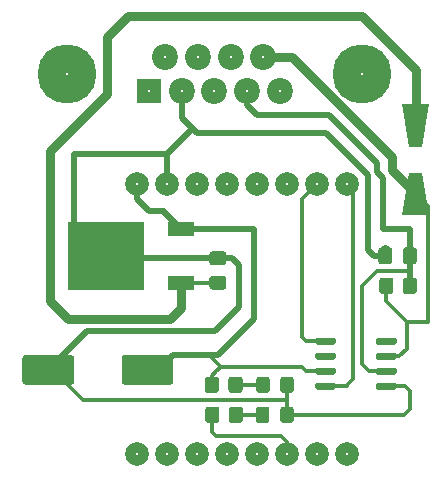
<source format=gbr>
%TF.GenerationSoftware,KiCad,Pcbnew,(5.1.9-0-10_14)*%
%TF.CreationDate,2021-05-24T09:31:48+02:00*%
%TF.ProjectId,LotusABSTool,4c6f7475-7341-4425-9354-6f6f6c2e6b69,rev?*%
%TF.SameCoordinates,PX65bcec0PY48ab840*%
%TF.FileFunction,Copper,L1,Top*%
%TF.FilePolarity,Positive*%
%FSLAX46Y46*%
G04 Gerber Fmt 4.6, Leading zero omitted, Abs format (unit mm)*
G04 Created by KiCad (PCBNEW (5.1.9-0-10_14)) date 2021-05-24 09:31:48*
%MOMM*%
%LPD*%
G01*
G04 APERTURE LIST*
%TA.AperFunction,ComponentPad*%
%ADD10R,2.000000X2.000000*%
%TD*%
%TA.AperFunction,ComponentPad*%
%ADD11C,2.200000*%
%TD*%
%TA.AperFunction,ComponentPad*%
%ADD12C,5.000000*%
%TD*%
%TA.AperFunction,ComponentPad*%
%ADD13C,2.000000*%
%TD*%
%TA.AperFunction,SMDPad,CuDef*%
%ADD14C,0.150000*%
%TD*%
%TA.AperFunction,SMDPad,CuDef*%
%ADD15R,2.200000X1.200000*%
%TD*%
%TA.AperFunction,SMDPad,CuDef*%
%ADD16R,6.400000X5.800000*%
%TD*%
%TA.AperFunction,Conductor*%
%ADD17C,0.500000*%
%TD*%
%TA.AperFunction,Conductor*%
%ADD18C,0.350000*%
%TD*%
%TA.AperFunction,Conductor*%
%ADD19C,0.250000*%
%TD*%
%TA.AperFunction,Conductor*%
%ADD20C,0.750000*%
%TD*%
G04 APERTURE END LIST*
D10*
%TO.P,J1,1*%
%TO.N,Net-(J1-Pad1)*%
X10668000Y32766000D03*
D11*
%TO.P,J1,2*%
%TO.N,GND*%
X13438000Y32766000D03*
%TO.P,J1,3*%
%TO.N,CAN-H*%
X16208000Y32766000D03*
%TO.P,J1,4*%
%TO.N,K-LINE*%
X18978000Y32766000D03*
%TO.P,J1,5*%
%TO.N,CAN-L*%
X21748000Y32766000D03*
%TO.P,J1,6*%
%TO.N,Net-(J1-Pad6)*%
X12053000Y35606000D03*
%TO.P,J1,7*%
%TO.N,Net-(J1-Pad7)*%
X14823000Y35606000D03*
%TO.P,J1,8*%
%TO.N,Net-(J1-Pad8)*%
X17593000Y35606000D03*
%TO.P,J1,9*%
%TO.N,+12V*%
X20363000Y35606000D03*
D12*
%TO.P,J1,0*%
%TO.N,N/C*%
X3708000Y34186000D03*
X28708000Y34186000D03*
%TD*%
D13*
%TO.P,U1,8*%
%TO.N,Net-(U1-Pad8)*%
X9652000Y2032000D03*
%TO.P,U1,9*%
%TO.N,+5V*%
X9652000Y24892000D03*
%TO.P,U1,7*%
%TO.N,Net-(U1-Pad7)*%
X12192000Y2032000D03*
%TO.P,U1,10*%
%TO.N,GND*%
X12192000Y24892000D03*
%TO.P,U1,6*%
%TO.N,Net-(U1-Pad6)*%
X14732000Y2032000D03*
%TO.P,U1,11*%
%TO.N,Net-(U1-Pad11)*%
X14732000Y24892000D03*
%TO.P,U1,5*%
%TO.N,Net-(U1-Pad5)*%
X17272000Y2032000D03*
%TO.P,U1,12*%
%TO.N,Net-(U1-Pad12)*%
X17272000Y24892000D03*
%TO.P,U1,4*%
%TO.N,Net-(U1-Pad4)*%
X19812000Y2032000D03*
%TO.P,U1,13*%
%TO.N,Net-(U1-Pad13)*%
X19812000Y24892000D03*
%TO.P,U1,3*%
%TO.N,Net-(510R2-Pad2)*%
X22352000Y2032000D03*
%TO.P,U1,14*%
%TO.N,Net-(U1-Pad14)*%
X22352000Y24892000D03*
%TO.P,U1,2*%
%TO.N,Net-(U1-Pad2)*%
X24892000Y2032000D03*
%TO.P,U1,15*%
%TO.N,ESP-RX*%
X24892000Y24892000D03*
%TO.P,U1,1*%
%TO.N,Net-(U1-Pad1)*%
X27432000Y2032000D03*
%TO.P,U1,16*%
%TO.N,ESP-TX*%
X27432000Y24892000D03*
%TD*%
%TO.P,100n1,1*%
%TO.N,K-LINE*%
%TA.AperFunction,SMDPad,CuDef*%
G36*
G01*
X33353500Y19271000D02*
X33353500Y18321000D01*
G75*
G02*
X33103500Y18071000I-250000J0D01*
G01*
X32428500Y18071000D01*
G75*
G02*
X32178500Y18321000I0J250000D01*
G01*
X32178500Y19271000D01*
G75*
G02*
X32428500Y19521000I250000J0D01*
G01*
X33103500Y19521000D01*
G75*
G02*
X33353500Y19271000I0J-250000D01*
G01*
G37*
%TD.AperFunction*%
%TO.P,100n1,2*%
%TO.N,GND*%
%TA.AperFunction,SMDPad,CuDef*%
G36*
G01*
X31278500Y19271000D02*
X31278500Y18321000D01*
G75*
G02*
X31028500Y18071000I-250000J0D01*
G01*
X30353500Y18071000D01*
G75*
G02*
X30103500Y18321000I0J250000D01*
G01*
X30103500Y19271000D01*
G75*
G02*
X30353500Y19521000I250000J0D01*
G01*
X31028500Y19521000D01*
G75*
G02*
X31278500Y19271000I0J-250000D01*
G01*
G37*
%TD.AperFunction*%
%TD*%
%TO.P,510R1,1*%
%TO.N,+12V*%
%TA.AperFunction,SMDPad,CuDef*%
G36*
G01*
X30166000Y15805999D02*
X30166000Y16706001D01*
G75*
G02*
X30415999Y16956000I249999J0D01*
G01*
X31116001Y16956000D01*
G75*
G02*
X31366000Y16706001I0J-249999D01*
G01*
X31366000Y15805999D01*
G75*
G02*
X31116001Y15556000I-249999J0D01*
G01*
X30415999Y15556000D01*
G75*
G02*
X30166000Y15805999I0J249999D01*
G01*
G37*
%TD.AperFunction*%
%TO.P,510R1,2*%
%TO.N,K-LINE*%
%TA.AperFunction,SMDPad,CuDef*%
G36*
G01*
X32166000Y15805999D02*
X32166000Y16706001D01*
G75*
G02*
X32415999Y16956000I249999J0D01*
G01*
X33116001Y16956000D01*
G75*
G02*
X33366000Y16706001I0J-249999D01*
G01*
X33366000Y15805999D01*
G75*
G02*
X33116001Y15556000I-249999J0D01*
G01*
X32415999Y15556000D01*
G75*
G02*
X32166000Y15805999I0J249999D01*
G01*
G37*
%TD.AperFunction*%
%TD*%
%TO.P,510R2,1*%
%TO.N,Net-(510R2-Pad1)*%
%TA.AperFunction,SMDPad,CuDef*%
G36*
G01*
X18634000Y5784001D02*
X18634000Y4883999D01*
G75*
G02*
X18384001Y4634000I-249999J0D01*
G01*
X17683999Y4634000D01*
G75*
G02*
X17434000Y4883999I0J249999D01*
G01*
X17434000Y5784001D01*
G75*
G02*
X17683999Y6034000I249999J0D01*
G01*
X18384001Y6034000D01*
G75*
G02*
X18634000Y5784001I0J-249999D01*
G01*
G37*
%TD.AperFunction*%
%TO.P,510R2,2*%
%TO.N,Net-(510R2-Pad2)*%
%TA.AperFunction,SMDPad,CuDef*%
G36*
G01*
X16634000Y5784001D02*
X16634000Y4883999D01*
G75*
G02*
X16384001Y4634000I-249999J0D01*
G01*
X15683999Y4634000D01*
G75*
G02*
X15434000Y4883999I0J249999D01*
G01*
X15434000Y5784001D01*
G75*
G02*
X15683999Y6034000I249999J0D01*
G01*
X16384001Y6034000D01*
G75*
G02*
X16634000Y5784001I0J-249999D01*
G01*
G37*
%TD.AperFunction*%
%TD*%
%TO.P,510R3,2*%
%TO.N,+5V*%
%TA.AperFunction,SMDPad,CuDef*%
G36*
G01*
X16602000Y8324001D02*
X16602000Y7423999D01*
G75*
G02*
X16352001Y7174000I-249999J0D01*
G01*
X15651999Y7174000D01*
G75*
G02*
X15402000Y7423999I0J249999D01*
G01*
X15402000Y8324001D01*
G75*
G02*
X15651999Y8574000I249999J0D01*
G01*
X16352001Y8574000D01*
G75*
G02*
X16602000Y8324001I0J-249999D01*
G01*
G37*
%TD.AperFunction*%
%TO.P,510R3,1*%
%TO.N,Net-(510R3-Pad1)*%
%TA.AperFunction,SMDPad,CuDef*%
G36*
G01*
X18602000Y8324001D02*
X18602000Y7423999D01*
G75*
G02*
X18352001Y7174000I-249999J0D01*
G01*
X17651999Y7174000D01*
G75*
G02*
X17402000Y7423999I0J249999D01*
G01*
X17402000Y8324001D01*
G75*
G02*
X17651999Y8574000I249999J0D01*
G01*
X18352001Y8574000D01*
G75*
G02*
X18602000Y8324001I0J-249999D01*
G01*
G37*
%TD.AperFunction*%
%TD*%
%TO.P,C1,2*%
%TO.N,GND*%
%TA.AperFunction,SMDPad,CuDef*%
G36*
G01*
X16985000Y17997500D02*
X16035000Y17997500D01*
G75*
G02*
X15785000Y18247500I0J250000D01*
G01*
X15785000Y18922500D01*
G75*
G02*
X16035000Y19172500I250000J0D01*
G01*
X16985000Y19172500D01*
G75*
G02*
X17235000Y18922500I0J-250000D01*
G01*
X17235000Y18247500D01*
G75*
G02*
X16985000Y17997500I-250000J0D01*
G01*
G37*
%TD.AperFunction*%
%TO.P,C1,1*%
%TO.N,Net-(C1-Pad1)*%
%TA.AperFunction,SMDPad,CuDef*%
G36*
G01*
X16985000Y15922500D02*
X16035000Y15922500D01*
G75*
G02*
X15785000Y16172500I0J250000D01*
G01*
X15785000Y16847500D01*
G75*
G02*
X16035000Y17097500I250000J0D01*
G01*
X16985000Y17097500D01*
G75*
G02*
X17235000Y16847500I0J-250000D01*
G01*
X17235000Y16172500D01*
G75*
G02*
X16985000Y15922500I-250000J0D01*
G01*
G37*
%TD.AperFunction*%
%TD*%
%TO.P,C2,1*%
%TO.N,+5V*%
%TA.AperFunction,SMDPad,CuDef*%
G36*
G01*
X12750000Y10144000D02*
X12750000Y8144000D01*
G75*
G02*
X12500000Y7894000I-250000J0D01*
G01*
X8600000Y7894000D01*
G75*
G02*
X8350000Y8144000I0J250000D01*
G01*
X8350000Y10144000D01*
G75*
G02*
X8600000Y10394000I250000J0D01*
G01*
X12500000Y10394000D01*
G75*
G02*
X12750000Y10144000I0J-250000D01*
G01*
G37*
%TD.AperFunction*%
%TO.P,C2,2*%
%TO.N,GND*%
%TA.AperFunction,SMDPad,CuDef*%
G36*
G01*
X4350000Y10144000D02*
X4350000Y8144000D01*
G75*
G02*
X4100000Y7894000I-250000J0D01*
G01*
X200000Y7894000D01*
G75*
G02*
X-50000Y8144000I0J250000D01*
G01*
X-50000Y10144000D01*
G75*
G02*
X200000Y10394000I250000J0D01*
G01*
X4100000Y10394000D01*
G75*
G02*
X4350000Y10144000I0J-250000D01*
G01*
G37*
%TD.AperFunction*%
%TD*%
%TO.P,D1,2*%
%TO.N,Net-(510R2-Pad1)*%
%TA.AperFunction,SMDPad,CuDef*%
G36*
G01*
X20877000Y5784001D02*
X20877000Y4883999D01*
G75*
G02*
X20627001Y4634000I-249999J0D01*
G01*
X19976999Y4634000D01*
G75*
G02*
X19727000Y4883999I0J249999D01*
G01*
X19727000Y5784001D01*
G75*
G02*
X19976999Y6034000I249999J0D01*
G01*
X20627001Y6034000D01*
G75*
G02*
X20877000Y5784001I0J-249999D01*
G01*
G37*
%TD.AperFunction*%
%TO.P,D1,1*%
%TO.N,GND*%
%TA.AperFunction,SMDPad,CuDef*%
G36*
G01*
X22927000Y5784001D02*
X22927000Y4883999D01*
G75*
G02*
X22677001Y4634000I-249999J0D01*
G01*
X22026999Y4634000D01*
G75*
G02*
X21777000Y4883999I0J249999D01*
G01*
X21777000Y5784001D01*
G75*
G02*
X22026999Y6034000I249999J0D01*
G01*
X22677001Y6034000D01*
G75*
G02*
X22927000Y5784001I0J-249999D01*
G01*
G37*
%TD.AperFunction*%
%TD*%
%TA.AperFunction,SMDPad,CuDef*%
D14*
%TO.P,D2,1*%
%TO.N,Net-(C1-Pad1)*%
G36*
X32124000Y31624000D02*
G01*
X34424000Y31624000D01*
X33824000Y28024000D01*
X32724000Y28024000D01*
X32124000Y31624000D01*
G37*
%TD.AperFunction*%
%TA.AperFunction,SMDPad,CuDef*%
%TO.P,D2,2*%
%TO.N,+12V*%
G36*
X34424000Y22224000D02*
G01*
X32124000Y22224000D01*
X32724000Y25824000D01*
X33824000Y25824000D01*
X34424000Y22224000D01*
G37*
%TD.AperFunction*%
%TD*%
%TO.P,D3,1*%
%TO.N,GND*%
%TA.AperFunction,SMDPad,CuDef*%
G36*
G01*
X22945000Y8324001D02*
X22945000Y7423999D01*
G75*
G02*
X22695001Y7174000I-249999J0D01*
G01*
X22044999Y7174000D01*
G75*
G02*
X21795000Y7423999I0J249999D01*
G01*
X21795000Y8324001D01*
G75*
G02*
X22044999Y8574000I249999J0D01*
G01*
X22695001Y8574000D01*
G75*
G02*
X22945000Y8324001I0J-249999D01*
G01*
G37*
%TD.AperFunction*%
%TO.P,D3,2*%
%TO.N,Net-(510R3-Pad1)*%
%TA.AperFunction,SMDPad,CuDef*%
G36*
G01*
X20895000Y8324001D02*
X20895000Y7423999D01*
G75*
G02*
X20645001Y7174000I-249999J0D01*
G01*
X19994999Y7174000D01*
G75*
G02*
X19745000Y7423999I0J249999D01*
G01*
X19745000Y8324001D01*
G75*
G02*
X19994999Y8574000I249999J0D01*
G01*
X20645001Y8574000D01*
G75*
G02*
X20895000Y8324001I0J-249999D01*
G01*
G37*
%TD.AperFunction*%
%TD*%
%TO.P,IC1,1*%
%TO.N,ESP-RX*%
%TA.AperFunction,SMDPad,CuDef*%
G36*
G01*
X24744000Y11407000D02*
X24744000Y11707000D01*
G75*
G02*
X24894000Y11857000I150000J0D01*
G01*
X26344000Y11857000D01*
G75*
G02*
X26494000Y11707000I0J-150000D01*
G01*
X26494000Y11407000D01*
G75*
G02*
X26344000Y11257000I-150000J0D01*
G01*
X24894000Y11257000D01*
G75*
G02*
X24744000Y11407000I0J150000D01*
G01*
G37*
%TD.AperFunction*%
%TO.P,IC1,2*%
%TO.N,Net-(IC1-Pad2)*%
%TA.AperFunction,SMDPad,CuDef*%
G36*
G01*
X24744000Y10137000D02*
X24744000Y10437000D01*
G75*
G02*
X24894000Y10587000I150000J0D01*
G01*
X26344000Y10587000D01*
G75*
G02*
X26494000Y10437000I0J-150000D01*
G01*
X26494000Y10137000D01*
G75*
G02*
X26344000Y9987000I-150000J0D01*
G01*
X24894000Y9987000D01*
G75*
G02*
X24744000Y10137000I0J150000D01*
G01*
G37*
%TD.AperFunction*%
%TO.P,IC1,3*%
%TO.N,+5V*%
%TA.AperFunction,SMDPad,CuDef*%
G36*
G01*
X24744000Y8867000D02*
X24744000Y9167000D01*
G75*
G02*
X24894000Y9317000I150000J0D01*
G01*
X26344000Y9317000D01*
G75*
G02*
X26494000Y9167000I0J-150000D01*
G01*
X26494000Y8867000D01*
G75*
G02*
X26344000Y8717000I-150000J0D01*
G01*
X24894000Y8717000D01*
G75*
G02*
X24744000Y8867000I0J150000D01*
G01*
G37*
%TD.AperFunction*%
%TO.P,IC1,4*%
%TO.N,ESP-TX*%
%TA.AperFunction,SMDPad,CuDef*%
G36*
G01*
X24744000Y7597000D02*
X24744000Y7897000D01*
G75*
G02*
X24894000Y8047000I150000J0D01*
G01*
X26344000Y8047000D01*
G75*
G02*
X26494000Y7897000I0J-150000D01*
G01*
X26494000Y7597000D01*
G75*
G02*
X26344000Y7447000I-150000J0D01*
G01*
X24894000Y7447000D01*
G75*
G02*
X24744000Y7597000I0J150000D01*
G01*
G37*
%TD.AperFunction*%
%TO.P,IC1,5*%
%TO.N,GND*%
%TA.AperFunction,SMDPad,CuDef*%
G36*
G01*
X29894000Y7597000D02*
X29894000Y7897000D01*
G75*
G02*
X30044000Y8047000I150000J0D01*
G01*
X31494000Y8047000D01*
G75*
G02*
X31644000Y7897000I0J-150000D01*
G01*
X31644000Y7597000D01*
G75*
G02*
X31494000Y7447000I-150000J0D01*
G01*
X30044000Y7447000D01*
G75*
G02*
X29894000Y7597000I0J150000D01*
G01*
G37*
%TD.AperFunction*%
%TO.P,IC1,6*%
%TO.N,K-LINE*%
%TA.AperFunction,SMDPad,CuDef*%
G36*
G01*
X29894000Y8867000D02*
X29894000Y9167000D01*
G75*
G02*
X30044000Y9317000I150000J0D01*
G01*
X31494000Y9317000D01*
G75*
G02*
X31644000Y9167000I0J-150000D01*
G01*
X31644000Y8867000D01*
G75*
G02*
X31494000Y8717000I-150000J0D01*
G01*
X30044000Y8717000D01*
G75*
G02*
X29894000Y8867000I0J150000D01*
G01*
G37*
%TD.AperFunction*%
%TO.P,IC1,7*%
%TO.N,+12V*%
%TA.AperFunction,SMDPad,CuDef*%
G36*
G01*
X29894000Y10137000D02*
X29894000Y10437000D01*
G75*
G02*
X30044000Y10587000I150000J0D01*
G01*
X31494000Y10587000D01*
G75*
G02*
X31644000Y10437000I0J-150000D01*
G01*
X31644000Y10137000D01*
G75*
G02*
X31494000Y9987000I-150000J0D01*
G01*
X30044000Y9987000D01*
G75*
G02*
X29894000Y10137000I0J150000D01*
G01*
G37*
%TD.AperFunction*%
%TO.P,IC1,8*%
%TO.N,Net-(IC1-Pad8)*%
%TA.AperFunction,SMDPad,CuDef*%
G36*
G01*
X29894000Y11407000D02*
X29894000Y11707000D01*
G75*
G02*
X30044000Y11857000I150000J0D01*
G01*
X31494000Y11857000D01*
G75*
G02*
X31644000Y11707000I0J-150000D01*
G01*
X31644000Y11407000D01*
G75*
G02*
X31494000Y11257000I-150000J0D01*
G01*
X30044000Y11257000D01*
G75*
G02*
X29894000Y11407000I0J150000D01*
G01*
G37*
%TD.AperFunction*%
%TD*%
D15*
%TO.P,U2,1*%
%TO.N,Net-(C1-Pad1)*%
X13344000Y16516000D03*
%TO.P,U2,3*%
%TO.N,+5V*%
X13344000Y21076000D03*
D16*
%TO.P,U2,2*%
%TO.N,GND*%
X7044000Y18796000D03*
%TD*%
D17*
%TO.N,K-LINE*%
X32766000Y18796000D02*
X32766000Y17526000D01*
X32766000Y17526000D02*
X32766000Y16256000D01*
X18978000Y31568000D02*
X18978000Y32766000D01*
X19812000Y30734000D02*
X18978000Y31568000D01*
X25908000Y30734000D02*
X19812000Y30734000D01*
X29972000Y26670000D02*
X25908000Y30734000D01*
X32766000Y18796000D02*
X32766000Y21082000D01*
X29972000Y25908000D02*
X29972000Y26670000D01*
X30480000Y25400000D02*
X29972000Y25908000D01*
X30480000Y21082000D02*
X30480000Y25400000D01*
X32766000Y21082000D02*
X30480000Y21082000D01*
D18*
X28702000Y9652000D02*
X29337000Y9017000D01*
X29337000Y9017000D02*
X29894000Y9017000D01*
X29972000Y17526000D02*
X28702000Y16256000D01*
X28702000Y16256000D02*
X28702000Y9652000D01*
X32766000Y17526000D02*
X29972000Y17526000D01*
D19*
%TO.N,GND*%
X22370000Y5352000D02*
X22352000Y5334000D01*
X20846000Y6622000D02*
X20828000Y6604000D01*
D18*
X22370000Y7874000D02*
X22370000Y6622000D01*
X22370000Y6622000D02*
X22370000Y5352000D01*
D20*
X30691000Y18796000D02*
X30691000Y19347000D01*
D17*
X12192000Y24892000D02*
X12192000Y27432000D01*
X12192000Y27432000D02*
X14285990Y29525990D01*
D19*
X4572000Y17018000D02*
X6604000Y19050000D01*
D17*
X6808000Y19254000D02*
X6604000Y19050000D01*
X7255000Y18585000D02*
X7044000Y18796000D01*
X16510000Y18585000D02*
X7255000Y18585000D01*
X9906000Y27432000D02*
X12192000Y27432000D01*
X4318000Y27432000D02*
X9906000Y27432000D01*
X4318000Y19304000D02*
X4318000Y27432000D01*
X4064000Y19050000D02*
X4318000Y19304000D01*
X4529000Y19050000D02*
X4064000Y19050000D01*
X5452000Y12446000D02*
X2150000Y9144000D01*
X18288000Y18034000D02*
X18288000Y14478000D01*
X16256000Y12446000D02*
X5452000Y12446000D01*
X18288000Y14478000D02*
X16256000Y12446000D01*
X17737000Y18585000D02*
X18288000Y18034000D01*
X16510000Y18585000D02*
X17737000Y18585000D01*
D18*
X2540000Y9144000D02*
X2150000Y9144000D01*
X5080000Y6604000D02*
X2540000Y9144000D01*
X22352000Y6604000D02*
X5080000Y6604000D01*
X22370000Y6622000D02*
X22352000Y6604000D01*
X30769000Y7747000D02*
X32385000Y7747000D01*
X32385000Y7747000D02*
X32766000Y7366000D01*
X32766000Y7366000D02*
X32766000Y5842000D01*
X32258000Y5334000D02*
X22352000Y5334000D01*
X32766000Y5842000D02*
X32258000Y5334000D01*
D17*
X29718000Y18796000D02*
X30691000Y18796000D01*
X17903980Y29210000D02*
X25654000Y29210000D01*
X29210000Y19304000D02*
X29718000Y18796000D01*
X14732000Y29210000D02*
X16894020Y29210000D01*
X13438000Y30504000D02*
X14732000Y29210000D01*
X29210000Y25654000D02*
X29210000Y19304000D01*
X25654000Y29210000D02*
X29210000Y25654000D01*
X13438000Y32766000D02*
X13438000Y30504000D01*
X17903980Y29210000D02*
X16894020Y29210000D01*
D18*
%TO.N,Net-(510R2-Pad1)*%
X18034000Y5334000D02*
X20302000Y5334000D01*
%TO.N,Net-(510R2-Pad2)*%
X22352000Y3048000D02*
X22352000Y2032000D01*
X21844000Y3556000D02*
X22352000Y3048000D01*
X16320000Y3556000D02*
X21844000Y3556000D01*
X16034000Y3842000D02*
X16320000Y3556000D01*
X16034000Y5334000D02*
X16034000Y3842000D01*
%TO.N,+5V*%
X24003000Y9017000D02*
X25619000Y9017000D01*
X16764000Y9398000D02*
X23622000Y9398000D01*
X23622000Y9398000D02*
X24003000Y9017000D01*
X16002000Y7874000D02*
X16002000Y8636000D01*
X16383000Y9017000D02*
X16764000Y9398000D01*
X16002000Y8636000D02*
X16383000Y9017000D01*
X16764000Y9398000D02*
X15875000Y10287000D01*
D17*
X9652000Y23622000D02*
X9652000Y24892000D01*
X10668000Y22606000D02*
X9652000Y23622000D01*
X11938000Y22606000D02*
X10668000Y22606000D01*
X11938000Y22482000D02*
X11938000Y22606000D01*
X13344000Y21076000D02*
X11938000Y22482000D01*
X19564000Y21076000D02*
X13344000Y21076000D01*
X19558000Y21070000D02*
X19564000Y21076000D01*
X19558000Y13462000D02*
X19558000Y21070000D01*
X16510000Y10414000D02*
X19558000Y13462000D01*
X12700000Y10414000D02*
X16510000Y10414000D01*
X11430000Y9144000D02*
X12700000Y10414000D01*
X10550000Y9144000D02*
X11430000Y9144000D01*
D18*
%TO.N,Net-(510R3-Pad1)*%
X18002000Y7874000D02*
X20320000Y7874000D01*
%TO.N,Net-(C1-Pad1)*%
X16504000Y16516000D02*
X16510000Y16510000D01*
X13344000Y16516000D02*
X16504000Y16516000D01*
D20*
X33274000Y34544000D02*
X33274000Y29824000D01*
X8890000Y39116000D02*
X28702000Y39116000D01*
X2286000Y27686000D02*
X7112000Y32512000D01*
X7112000Y37338000D02*
X8890000Y39116000D01*
X7112000Y32512000D02*
X7112000Y37338000D01*
X2286000Y14986000D02*
X2286000Y27686000D01*
X28702000Y39116000D02*
X33274000Y34544000D01*
X3810000Y13462000D02*
X2286000Y14986000D01*
X12446000Y13462000D02*
X3810000Y13462000D01*
X13344000Y14360000D02*
X12446000Y13462000D01*
X13344000Y16516000D02*
X13344000Y14360000D01*
D18*
%TO.N,+12V*%
X32512000Y13208000D02*
X30766000Y14954000D01*
X32512000Y10922000D02*
X32512000Y13208000D01*
X31877000Y10287000D02*
X32512000Y10922000D01*
X30766000Y14954000D02*
X30766000Y16256000D01*
X30769000Y10287000D02*
X31877000Y10287000D01*
D19*
X34290000Y23008000D02*
X33274000Y24024000D01*
D18*
X34290000Y13208000D02*
X34290000Y23008000D01*
X32512000Y13208000D02*
X34290000Y13208000D01*
D20*
X31242000Y26056000D02*
X33274000Y24024000D01*
X31242000Y27178000D02*
X31242000Y26056000D01*
X22814000Y35606000D02*
X31242000Y27178000D01*
X20363000Y35606000D02*
X22814000Y35606000D01*
D18*
%TO.N,ESP-RX*%
X23622000Y23622000D02*
X24892000Y24892000D01*
X23622000Y11938000D02*
X23622000Y23622000D01*
X24003000Y11557000D02*
X23622000Y11938000D01*
X25619000Y11557000D02*
X24003000Y11557000D01*
%TO.N,ESP-TX*%
X25619000Y7747000D02*
X27432000Y7747000D01*
X27940000Y24384000D02*
X27432000Y24892000D01*
X27940000Y8382000D02*
X27940000Y24384000D01*
X27432000Y7874000D02*
X27940000Y8382000D01*
%TD*%
G04 Draw pilot holes *
%ADD21C,0.300000*%
%LPC*%
D21*
X10668000Y32766000D03*
X12053000Y35606000D03*
X13438000Y32766000D03*
X14823000Y35606000D03*
X16208000Y32766000D03*
X17593000Y35606000D03*
X18978000Y32766000D03*
X20363000Y35606000D03*
X21748000Y32766000D03*
X9652000Y24892000D03*
X9652000Y2032000D03*
X12192000Y24892000D03*
X12192000Y2032000D03*
X14732000Y24892000D03*
X14732000Y2032000D03*
X17272000Y24892000D03*
X17272000Y2032000D03*
X19812000Y24892000D03*
X19812000Y2032000D03*
X22352000Y24892000D03*
X22352000Y2032000D03*
X24892000Y24892000D03*
X24892000Y2032000D03*
X27432000Y24892000D03*
X27432000Y2032000D03*
X3708000Y34186000D03*
X28708000Y34186000D03*
%LPD*%
M02*

</source>
